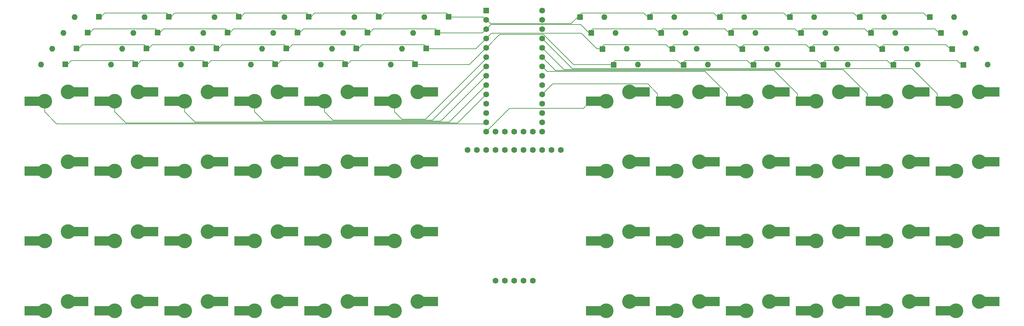
<source format=gbl>
%TF.GenerationSoftware,KiCad,Pcbnew,(6.0.4-0)*%
%TF.CreationDate,2022-06-19T23:04:27+01:00*%
%TF.ProjectId,slimy,736c696d-792e-46b6-9963-61645f706362,rev?*%
%TF.SameCoordinates,Original*%
%TF.FileFunction,Copper,L2,Bot*%
%TF.FilePolarity,Positive*%
%FSLAX46Y46*%
G04 Gerber Fmt 4.6, Leading zero omitted, Abs format (unit mm)*
G04 Created by KiCad (PCBNEW (6.0.4-0)) date 2022-06-19 23:04:27*
%MOMM*%
%LPD*%
G01*
G04 APERTURE LIST*
%TA.AperFunction,ComponentPad*%
%ADD10C,0.800000*%
%TD*%
%TA.AperFunction,SMDPad,CuDef*%
%ADD11R,4.500000X2.500000*%
%TD*%
%TA.AperFunction,ComponentPad*%
%ADD12C,4.000000*%
%TD*%
%TA.AperFunction,ComponentPad*%
%ADD13R,1.600000X1.600000*%
%TD*%
%TA.AperFunction,ComponentPad*%
%ADD14O,1.600000X1.600000*%
%TD*%
%TA.AperFunction,ComponentPad*%
%ADD15C,1.600000*%
%TD*%
%TA.AperFunction,Conductor*%
%ADD16C,0.127000*%
%TD*%
G04 APERTURE END LIST*
D10*
%TO.P,K35,1*%
%TO.N,Col9*%
X273735800Y-151663400D03*
D11*
X275540800Y-152425400D03*
D12*
X278815800Y-152425400D03*
D10*
X273735800Y-153187400D03*
D11*
%TO.P,K35,2*%
%TO.N,Net-(D35-Pad2)*%
X288467800Y-149885400D03*
D12*
X285165800Y-149885400D03*
D10*
X290245800Y-149123400D03*
X290245800Y-150647400D03*
%TD*%
%TO.P,K31,1*%
%TO.N,Col8*%
X254685800Y-151663400D03*
D11*
X256490800Y-152425400D03*
D12*
X259765800Y-152425400D03*
D10*
X254685800Y-153187400D03*
D11*
%TO.P,K31,2*%
%TO.N,Net-(D31-Pad2)*%
X269417800Y-149885400D03*
D12*
X266115800Y-149885400D03*
D10*
X271195800Y-149123400D03*
X271195800Y-150647400D03*
%TD*%
%TO.P,K12,1*%
%TO.N,Col3*%
X120826200Y-170713400D03*
D11*
X122631200Y-171475400D03*
D12*
X125906200Y-171475400D03*
D10*
X120826200Y-172237400D03*
D11*
%TO.P,K12,2*%
%TO.N,Net-(D12-Pad2)*%
X135558200Y-168935400D03*
D12*
X132256200Y-168935400D03*
D10*
X137336200Y-168173400D03*
X137336200Y-169697400D03*
%TD*%
%TO.P,K19,1*%
%TO.N,Col5*%
X158926200Y-151663400D03*
D11*
X160731200Y-152425400D03*
D12*
X164006200Y-152425400D03*
D10*
X158926200Y-153187400D03*
D11*
%TO.P,K19,2*%
%TO.N,Net-(D19-Pad2)*%
X173658200Y-149885400D03*
D12*
X170356200Y-149885400D03*
D10*
X175436200Y-149123400D03*
X175436200Y-150647400D03*
%TD*%
%TO.P,K45,1*%
%TO.N,Col12*%
X330885800Y-113563400D03*
D11*
X332690800Y-114325400D03*
D12*
X335965800Y-114325400D03*
D10*
X330885800Y-115087400D03*
D11*
%TO.P,K45,2*%
%TO.N,Net-(D45-Pad2)*%
X345617800Y-111785400D03*
D12*
X342315800Y-111785400D03*
D10*
X347395800Y-111023400D03*
X347395800Y-112547400D03*
%TD*%
%TO.P,K9,1*%
%TO.N,Col3*%
X120826200Y-113563400D03*
D11*
X122631200Y-114325400D03*
D12*
X125906200Y-114325400D03*
D10*
X120826200Y-115087400D03*
D11*
%TO.P,K9,2*%
%TO.N,Net-(D9-Pad2)*%
X135558200Y-111785400D03*
D12*
X132256200Y-111785400D03*
D10*
X137336200Y-111023400D03*
X137336200Y-112547400D03*
%TD*%
%TO.P,K20,1*%
%TO.N,Col5*%
X158926200Y-170713400D03*
D11*
X160731200Y-171475400D03*
D12*
X164006200Y-171475400D03*
D10*
X158926200Y-172237400D03*
D11*
%TO.P,K20,2*%
%TO.N,Net-(D20-Pad2)*%
X173658200Y-168935400D03*
D12*
X170356200Y-168935400D03*
D10*
X175436200Y-168173400D03*
X175436200Y-169697400D03*
%TD*%
%TO.P,K44,1*%
%TO.N,Col11*%
X311835800Y-170713400D03*
D11*
X313640800Y-171475400D03*
D12*
X316915800Y-171475400D03*
D10*
X311835800Y-172237400D03*
D11*
%TO.P,K44,2*%
%TO.N,Net-(D44-Pad2)*%
X326567800Y-168935400D03*
D12*
X323265800Y-168935400D03*
D10*
X328345800Y-168173400D03*
X328345800Y-169697400D03*
%TD*%
%TO.P,K4,1*%
%TO.N,Col1*%
X82726200Y-170713400D03*
D11*
X84531200Y-171475400D03*
D12*
X87806200Y-171475400D03*
D10*
X82726200Y-172237400D03*
D11*
%TO.P,K4,2*%
%TO.N,Net-(D4-Pad2)*%
X97458200Y-168935400D03*
D12*
X94156200Y-168935400D03*
D10*
X99236200Y-168173400D03*
X99236200Y-169697400D03*
%TD*%
%TO.P,K39,1*%
%TO.N,Col10*%
X292785800Y-151663400D03*
D11*
X294590800Y-152425400D03*
D12*
X297865800Y-152425400D03*
D10*
X292785800Y-153187400D03*
D11*
%TO.P,K39,2*%
%TO.N,Net-(D39-Pad2)*%
X307517800Y-149885400D03*
D12*
X304215800Y-149885400D03*
D10*
X309295800Y-149123400D03*
X309295800Y-150647400D03*
%TD*%
%TO.P,K5,1*%
%TO.N,Col2*%
X101776200Y-113563400D03*
D11*
X103581200Y-114325400D03*
D12*
X106856200Y-114325400D03*
D10*
X101776200Y-115087400D03*
D11*
%TO.P,K5,2*%
%TO.N,Net-(D5-Pad2)*%
X116508200Y-111785400D03*
D12*
X113206200Y-111785400D03*
D10*
X118286200Y-111023400D03*
X118286200Y-112547400D03*
%TD*%
%TO.P,K16,1*%
%TO.N,Col4*%
X139876200Y-170713400D03*
D11*
X141681200Y-171475400D03*
D12*
X144956200Y-171475400D03*
D10*
X139876200Y-172237400D03*
D11*
%TO.P,K16,2*%
%TO.N,Net-(D16-Pad2)*%
X154608200Y-168935400D03*
D12*
X151306200Y-168935400D03*
D10*
X156386200Y-168173400D03*
X156386200Y-169697400D03*
%TD*%
%TO.P,K47,1*%
%TO.N,Col12*%
X330885800Y-151663400D03*
D11*
X332690800Y-152425400D03*
D12*
X335965800Y-152425400D03*
D10*
X330885800Y-153187400D03*
D11*
%TO.P,K47,2*%
%TO.N,Net-(D47-Pad2)*%
X345617800Y-149885400D03*
D12*
X342315800Y-149885400D03*
D10*
X347395800Y-149123400D03*
X347395800Y-150647400D03*
%TD*%
%TO.P,K7,1*%
%TO.N,Col2*%
X101776200Y-151663400D03*
D11*
X103581200Y-152425400D03*
D12*
X106856200Y-152425400D03*
D10*
X101776200Y-153187400D03*
D11*
%TO.P,K7,2*%
%TO.N,Net-(D7-Pad2)*%
X116508200Y-149885400D03*
D12*
X113206200Y-149885400D03*
D10*
X118286200Y-149123400D03*
X118286200Y-150647400D03*
%TD*%
%TO.P,K24,1*%
%TO.N,Col6*%
X177976200Y-170713400D03*
D11*
X179781200Y-171475400D03*
D12*
X183056200Y-171475400D03*
D10*
X177976200Y-172237400D03*
D11*
%TO.P,K24,2*%
%TO.N,Net-(D24-Pad2)*%
X192708200Y-168935400D03*
D12*
X189406200Y-168935400D03*
D10*
X194486200Y-168173400D03*
X194486200Y-169697400D03*
%TD*%
%TO.P,K30,1*%
%TO.N,Col8*%
X254685800Y-132613400D03*
D11*
X256490800Y-133375400D03*
D12*
X259765800Y-133375400D03*
D10*
X254685800Y-134137400D03*
D11*
%TO.P,K30,2*%
%TO.N,Net-(D30-Pad2)*%
X269417800Y-130835400D03*
D12*
X266115800Y-130835400D03*
D10*
X271195800Y-130073400D03*
X271195800Y-131597400D03*
%TD*%
%TO.P,K41,1*%
%TO.N,Col11*%
X311835800Y-113563400D03*
D11*
X313640800Y-114325400D03*
D12*
X316915800Y-114325400D03*
D10*
X311835800Y-115087400D03*
D11*
%TO.P,K41,2*%
%TO.N,Net-(D41-Pad2)*%
X326567800Y-111785400D03*
D12*
X323265800Y-111785400D03*
D10*
X328345800Y-111023400D03*
X328345800Y-112547400D03*
%TD*%
%TO.P,K25,1*%
%TO.N,Col7*%
X235635800Y-113563400D03*
D11*
X237440800Y-114325400D03*
D12*
X240715800Y-114325400D03*
D10*
X235635800Y-115087400D03*
D11*
%TO.P,K25,2*%
%TO.N,Net-(D25-Pad2)*%
X250367800Y-111785400D03*
D12*
X247065800Y-111785400D03*
D10*
X252145800Y-111023400D03*
X252145800Y-112547400D03*
%TD*%
%TO.P,K6,1*%
%TO.N,Col2*%
X101776200Y-132613400D03*
D11*
X103581200Y-133375400D03*
D12*
X106856200Y-133375400D03*
D10*
X101776200Y-134137400D03*
D11*
%TO.P,K6,2*%
%TO.N,Net-(D6-Pad2)*%
X116508200Y-130835400D03*
D12*
X113206200Y-130835400D03*
D10*
X118286200Y-130073400D03*
X118286200Y-131597400D03*
%TD*%
%TO.P,K14,1*%
%TO.N,Col4*%
X139876200Y-132613400D03*
D11*
X141681200Y-133375400D03*
D12*
X144956200Y-133375400D03*
D10*
X139876200Y-134137400D03*
D11*
%TO.P,K14,2*%
%TO.N,Net-(D14-Pad2)*%
X154608200Y-130835400D03*
D12*
X151306200Y-130835400D03*
D10*
X156386200Y-130073400D03*
X156386200Y-131597400D03*
%TD*%
%TO.P,K3,1*%
%TO.N,Col1*%
X82726200Y-151663400D03*
D11*
X84531200Y-152425400D03*
D12*
X87806200Y-152425400D03*
D10*
X82726200Y-153187400D03*
D11*
%TO.P,K3,2*%
%TO.N,Net-(D3-Pad2)*%
X97458200Y-149885400D03*
D12*
X94156200Y-149885400D03*
D10*
X99236200Y-149123400D03*
X99236200Y-150647400D03*
%TD*%
%TO.P,K48,1*%
%TO.N,Col12*%
X330885800Y-170713400D03*
D11*
X332690800Y-171475400D03*
D12*
X335965800Y-171475400D03*
D10*
X330885800Y-172237400D03*
D11*
%TO.P,K48,2*%
%TO.N,Net-(D48-Pad2)*%
X345617800Y-168935400D03*
D12*
X342315800Y-168935400D03*
D10*
X347395800Y-168173400D03*
X347395800Y-169697400D03*
%TD*%
%TO.P,K38,1*%
%TO.N,Col10*%
X292785800Y-132613400D03*
D11*
X294590800Y-133375400D03*
D12*
X297865800Y-133375400D03*
D10*
X292785800Y-134137400D03*
D11*
%TO.P,K38,2*%
%TO.N,Net-(D38-Pad2)*%
X307517800Y-130835400D03*
D12*
X304215800Y-130835400D03*
D10*
X309295800Y-130073400D03*
X309295800Y-131597400D03*
%TD*%
%TO.P,K32,1*%
%TO.N,Col8*%
X254685800Y-170713400D03*
D11*
X256490800Y-171475400D03*
D12*
X259765800Y-171475400D03*
D10*
X254685800Y-172237400D03*
D11*
%TO.P,K32,2*%
%TO.N,Net-(D32-Pad2)*%
X269417800Y-168935400D03*
D12*
X266115800Y-168935400D03*
D10*
X271195800Y-168173400D03*
X271195800Y-169697400D03*
%TD*%
%TO.P,K29,1*%
%TO.N,Col8*%
X254685800Y-113563400D03*
D11*
X256490800Y-114325400D03*
D12*
X259765800Y-114325400D03*
D10*
X254685800Y-115087400D03*
D11*
%TO.P,K29,2*%
%TO.N,Net-(D29-Pad2)*%
X269417800Y-111785400D03*
D12*
X266115800Y-111785400D03*
D10*
X271195800Y-111023400D03*
X271195800Y-112547400D03*
%TD*%
%TO.P,K26,1*%
%TO.N,Col7*%
X235635800Y-132613400D03*
D11*
X237440800Y-133375400D03*
D12*
X240715800Y-133375400D03*
D10*
X235635800Y-134137400D03*
D11*
%TO.P,K26,2*%
%TO.N,Net-(D26-Pad2)*%
X250367800Y-130835400D03*
D12*
X247065800Y-130835400D03*
D10*
X252145800Y-130073400D03*
X252145800Y-131597400D03*
%TD*%
%TO.P,K10,1*%
%TO.N,Col3*%
X120826200Y-132613400D03*
D11*
X122631200Y-133375400D03*
D12*
X125906200Y-133375400D03*
D10*
X120826200Y-134137400D03*
D11*
%TO.P,K10,2*%
%TO.N,Net-(D10-Pad2)*%
X135558200Y-130835400D03*
D12*
X132256200Y-130835400D03*
D10*
X137336200Y-130073400D03*
X137336200Y-131597400D03*
%TD*%
%TO.P,K18,1*%
%TO.N,Col5*%
X158926200Y-132613400D03*
D11*
X160731200Y-133375400D03*
D12*
X164006200Y-133375400D03*
D10*
X158926200Y-134137400D03*
D11*
%TO.P,K18,2*%
%TO.N,Net-(D18-Pad2)*%
X173658200Y-130835400D03*
D12*
X170356200Y-130835400D03*
D10*
X175436200Y-130073400D03*
X175436200Y-131597400D03*
%TD*%
%TO.P,K43,1*%
%TO.N,Col11*%
X311835800Y-151663400D03*
D11*
X313640800Y-152425400D03*
D12*
X316915800Y-152425400D03*
D10*
X311835800Y-153187400D03*
D11*
%TO.P,K43,2*%
%TO.N,Net-(D43-Pad2)*%
X326567800Y-149885400D03*
D12*
X323265800Y-149885400D03*
D10*
X328345800Y-149123400D03*
X328345800Y-150647400D03*
%TD*%
%TO.P,K1,1*%
%TO.N,Col1*%
X82726200Y-113563400D03*
D11*
X84531200Y-114325400D03*
D12*
X87806200Y-114325400D03*
D10*
X82726200Y-115087400D03*
D11*
%TO.P,K1,2*%
%TO.N,Net-(D1-Pad2)*%
X97458200Y-111785400D03*
D12*
X94156200Y-111785400D03*
D10*
X99236200Y-111023400D03*
X99236200Y-112547400D03*
%TD*%
%TO.P,K15,1*%
%TO.N,Col4*%
X139876200Y-151663400D03*
D11*
X141681200Y-152425400D03*
D12*
X144956200Y-152425400D03*
D10*
X139876200Y-153187400D03*
D11*
%TO.P,K15,2*%
%TO.N,Net-(D15-Pad2)*%
X154608200Y-149885400D03*
D12*
X151306200Y-149885400D03*
D10*
X156386200Y-149123400D03*
X156386200Y-150647400D03*
%TD*%
%TO.P,K33,1*%
%TO.N,Col9*%
X273735800Y-113563400D03*
D11*
X275540800Y-114325400D03*
D12*
X278815800Y-114325400D03*
D10*
X273735800Y-115087400D03*
D11*
%TO.P,K33,2*%
%TO.N,Net-(D33-Pad2)*%
X288467800Y-111785400D03*
D12*
X285165800Y-111785400D03*
D10*
X290245800Y-111023400D03*
X290245800Y-112547400D03*
%TD*%
%TO.P,K23,1*%
%TO.N,Col6*%
X177976200Y-151663400D03*
D11*
X179781200Y-152425400D03*
D12*
X183056200Y-152425400D03*
D10*
X177976200Y-153187400D03*
D11*
%TO.P,K23,2*%
%TO.N,Net-(D23-Pad2)*%
X192708200Y-149885400D03*
D12*
X189406200Y-149885400D03*
D10*
X194486200Y-149123400D03*
X194486200Y-150647400D03*
%TD*%
%TO.P,K11,1*%
%TO.N,Col3*%
X120826200Y-151663400D03*
D11*
X122631200Y-152425400D03*
D12*
X125906200Y-152425400D03*
D10*
X120826200Y-153187400D03*
D11*
%TO.P,K11,2*%
%TO.N,Net-(D11-Pad2)*%
X135558200Y-149885400D03*
D12*
X132256200Y-149885400D03*
D10*
X137336200Y-149123400D03*
X137336200Y-150647400D03*
%TD*%
%TO.P,K27,1*%
%TO.N,Col7*%
X235635800Y-151663400D03*
D11*
X237440800Y-152425400D03*
D12*
X240715800Y-152425400D03*
D10*
X235635800Y-153187400D03*
D11*
%TO.P,K27,2*%
%TO.N,Net-(D27-Pad2)*%
X250367800Y-149885400D03*
D12*
X247065800Y-149885400D03*
D10*
X252145800Y-149123400D03*
X252145800Y-150647400D03*
%TD*%
%TO.P,K8,1*%
%TO.N,Col2*%
X101776200Y-170713400D03*
D11*
X103581200Y-171475400D03*
D12*
X106856200Y-171475400D03*
D10*
X101776200Y-172237400D03*
D11*
%TO.P,K8,2*%
%TO.N,Net-(D8-Pad2)*%
X116508200Y-168935400D03*
D12*
X113206200Y-168935400D03*
D10*
X118286200Y-168173400D03*
X118286200Y-169697400D03*
%TD*%
%TO.P,K2,1*%
%TO.N,Col1*%
X82726200Y-132613400D03*
D11*
X84531200Y-133375400D03*
D12*
X87806200Y-133375400D03*
D10*
X82726200Y-134137400D03*
D11*
%TO.P,K2,2*%
%TO.N,Net-(D2-Pad2)*%
X97458200Y-130835400D03*
D12*
X94156200Y-130835400D03*
D10*
X99236200Y-130073400D03*
X99236200Y-131597400D03*
%TD*%
%TO.P,K36,1*%
%TO.N,Col9*%
X273735800Y-170713400D03*
D11*
X275540800Y-171475400D03*
D12*
X278815800Y-171475400D03*
D10*
X273735800Y-172237400D03*
D11*
%TO.P,K36,2*%
%TO.N,Net-(D36-Pad2)*%
X288467800Y-168935400D03*
D12*
X285165800Y-168935400D03*
D10*
X290245800Y-168173400D03*
X290245800Y-169697400D03*
%TD*%
%TO.P,K13,1*%
%TO.N,Col4*%
X139876200Y-113563400D03*
D11*
X141681200Y-114325400D03*
D12*
X144956200Y-114325400D03*
D10*
X139876200Y-115087400D03*
D11*
%TO.P,K13,2*%
%TO.N,Net-(D13-Pad2)*%
X154608200Y-111785400D03*
D12*
X151306200Y-111785400D03*
D10*
X156386200Y-111023400D03*
X156386200Y-112547400D03*
%TD*%
%TO.P,K42,1*%
%TO.N,Col11*%
X311835800Y-132613400D03*
D11*
X313640800Y-133375400D03*
D12*
X316915800Y-133375400D03*
D10*
X311835800Y-134137400D03*
D11*
%TO.P,K42,2*%
%TO.N,Net-(D42-Pad2)*%
X326567800Y-130835400D03*
D12*
X323265800Y-130835400D03*
D10*
X328345800Y-130073400D03*
X328345800Y-131597400D03*
%TD*%
%TO.P,K34,1*%
%TO.N,Col9*%
X273735800Y-132613400D03*
D11*
X275540800Y-133375400D03*
D12*
X278815800Y-133375400D03*
D10*
X273735800Y-134137400D03*
D11*
%TO.P,K34,2*%
%TO.N,Net-(D34-Pad2)*%
X288467800Y-130835400D03*
D12*
X285165800Y-130835400D03*
D10*
X290245800Y-130073400D03*
X290245800Y-131597400D03*
%TD*%
%TO.P,K40,1*%
%TO.N,Col10*%
X292785800Y-170713400D03*
D11*
X294590800Y-171475400D03*
D12*
X297865800Y-171475400D03*
D10*
X292785800Y-172237400D03*
D11*
%TO.P,K40,2*%
%TO.N,Net-(D40-Pad2)*%
X307517800Y-168935400D03*
D12*
X304215800Y-168935400D03*
D10*
X309295800Y-168173400D03*
X309295800Y-169697400D03*
%TD*%
%TO.P,K37,1*%
%TO.N,Col10*%
X292785800Y-113563400D03*
D11*
X294590800Y-114325400D03*
D12*
X297865800Y-114325400D03*
D10*
X292785800Y-115087400D03*
D11*
%TO.P,K37,2*%
%TO.N,Net-(D37-Pad2)*%
X307517800Y-111785400D03*
D12*
X304215800Y-111785400D03*
D10*
X309295800Y-111023400D03*
X309295800Y-112547400D03*
%TD*%
%TO.P,K28,1*%
%TO.N,Col7*%
X235635800Y-170713400D03*
D11*
X237440800Y-171475400D03*
D12*
X240715800Y-171475400D03*
D10*
X235635800Y-172237400D03*
D11*
%TO.P,K28,2*%
%TO.N,Net-(D28-Pad2)*%
X250367800Y-168935400D03*
D12*
X247065800Y-168935400D03*
D10*
X252145800Y-168173400D03*
X252145800Y-169697400D03*
%TD*%
%TO.P,K17,1*%
%TO.N,Col5*%
X158926200Y-113563400D03*
D11*
X160731200Y-114325400D03*
D12*
X164006200Y-114325400D03*
D10*
X158926200Y-115087400D03*
D11*
%TO.P,K17,2*%
%TO.N,Net-(D17-Pad2)*%
X173658200Y-111785400D03*
D12*
X170356200Y-111785400D03*
D10*
X175436200Y-111023400D03*
X175436200Y-112547400D03*
%TD*%
%TO.P,K22,1*%
%TO.N,Col6*%
X177976200Y-132613400D03*
D11*
X179781200Y-133375400D03*
D12*
X183056200Y-133375400D03*
D10*
X177976200Y-134137400D03*
D11*
%TO.P,K22,2*%
%TO.N,Net-(D22-Pad2)*%
X192708200Y-130835400D03*
D12*
X189406200Y-130835400D03*
D10*
X194486200Y-130073400D03*
X194486200Y-131597400D03*
%TD*%
%TO.P,K21,1*%
%TO.N,Col6*%
X177976200Y-113563400D03*
D11*
X179781200Y-114325400D03*
D12*
X183056200Y-114325400D03*
D10*
X177976200Y-115087400D03*
D11*
%TO.P,K21,2*%
%TO.N,Net-(D21-Pad2)*%
X192708200Y-111785400D03*
D12*
X189406200Y-111785400D03*
D10*
X194486200Y-111023400D03*
X194486200Y-112547400D03*
%TD*%
%TO.P,K46,1*%
%TO.N,Col12*%
X330885800Y-132613400D03*
D11*
X332690800Y-133375400D03*
D12*
X335965800Y-133375400D03*
D10*
X330885800Y-134137400D03*
D11*
%TO.P,K46,2*%
%TO.N,Net-(D46-Pad2)*%
X345617800Y-130835400D03*
D12*
X342315800Y-130835400D03*
D10*
X347395800Y-130073400D03*
X347395800Y-131597400D03*
%TD*%
D13*
%TO.P,D26,1*%
%TO.N,Row2*%
X239701800Y-100029480D03*
D14*
%TO.P,D26,2*%
%TO.N,Net-(D26-Pad2)*%
X246301800Y-99979480D03*
%TD*%
D13*
%TO.P,D28,1*%
%TO.N,Row4*%
X233605800Y-91373160D03*
D14*
%TO.P,D28,2*%
%TO.N,Net-(D28-Pad2)*%
X240205800Y-91323160D03*
%TD*%
D13*
%TO.P,D41,1*%
%TO.N,Row1*%
X318949800Y-104357640D03*
D14*
%TO.P,D41,2*%
%TO.N,Net-(D41-Pad2)*%
X325549800Y-104307640D03*
%TD*%
D13*
%TO.P,D39,1*%
%TO.N,Row3*%
X293803800Y-95701320D03*
D14*
%TO.P,D39,2*%
%TO.N,Net-(D39-Pad2)*%
X300403800Y-95651320D03*
%TD*%
D13*
%TO.P,D33,1*%
%TO.N,Row1*%
X280849800Y-104357640D03*
D14*
%TO.P,D33,2*%
%TO.N,Net-(D33-Pad2)*%
X287449800Y-104307640D03*
%TD*%
D13*
%TO.P,D1,1*%
%TO.N,Row1*%
X93392200Y-104257640D03*
D14*
%TO.P,D1,2*%
%TO.N,Net-(D1-Pad2)*%
X86792200Y-104307640D03*
%TD*%
D13*
%TO.P,D47,1*%
%TO.N,Row3*%
X331903800Y-95701320D03*
D14*
%TO.P,D47,2*%
%TO.N,Net-(D47-Pad2)*%
X338503800Y-95651320D03*
%TD*%
D13*
%TO.P,D25,1*%
%TO.N,Row1*%
X242749800Y-104357640D03*
D14*
%TO.P,D25,2*%
%TO.N,Net-(D25-Pad2)*%
X249349800Y-104307640D03*
%TD*%
D13*
%TO.P,D45,1*%
%TO.N,Row1*%
X337999800Y-104357640D03*
D14*
%TO.P,D45,2*%
%TO.N,Net-(D45-Pad2)*%
X344599800Y-104307640D03*
%TD*%
D13*
%TO.P,D44,1*%
%TO.N,Row4*%
X309805800Y-91373160D03*
D14*
%TO.P,D44,2*%
%TO.N,Net-(D44-Pad2)*%
X316405800Y-91323160D03*
%TD*%
D13*
%TO.P,D8,1*%
%TO.N,Row4*%
X121586200Y-91273160D03*
D14*
%TO.P,D8,2*%
%TO.N,Net-(D8-Pad2)*%
X114986200Y-91323160D03*
%TD*%
D13*
%TO.P,D37,1*%
%TO.N,Row1*%
X299899800Y-104357640D03*
D14*
%TO.P,D37,2*%
%TO.N,Net-(D37-Pad2)*%
X306499800Y-104307640D03*
%TD*%
D13*
%TO.P,D13,1*%
%TO.N,Row1*%
X150542200Y-104257640D03*
D14*
%TO.P,D13,2*%
%TO.N,Net-(D13-Pad2)*%
X143942200Y-104307640D03*
%TD*%
D13*
%TO.P,D31,1*%
%TO.N,Row3*%
X255703800Y-95701320D03*
D14*
%TO.P,D31,2*%
%TO.N,Net-(D31-Pad2)*%
X262303800Y-95651320D03*
%TD*%
D15*
%TO.P,U3,1,VDD*%
%TO.N,VCC*%
X220775200Y-163211600D03*
%TO.P,U3,2,SDA*%
%TO.N,SDA*%
X218235200Y-163211600D03*
%TO.P,U3,3,SCL*%
%TO.N,SCL*%
X215695200Y-163211600D03*
%TO.P,U3,4,INT*%
%TO.N,unconnected-(U3-Pad4)*%
X213155200Y-163211600D03*
%TO.P,U3,5,GND*%
%TO.N,GND*%
X210615200Y-163211600D03*
%TD*%
D13*
%TO.P,D35,1*%
%TO.N,Row3*%
X274753800Y-95701320D03*
D14*
%TO.P,D35,2*%
%TO.N,Net-(D35-Pad2)*%
X281353800Y-95651320D03*
%TD*%
D13*
%TO.P,D11,1*%
%TO.N,Row3*%
X137588200Y-95601320D03*
D14*
%TO.P,D11,2*%
%TO.N,Net-(D11-Pad2)*%
X130988200Y-95651320D03*
%TD*%
D13*
%TO.P,D34,1*%
%TO.N,Row2*%
X277801800Y-100029480D03*
D14*
%TO.P,D34,2*%
%TO.N,Net-(D34-Pad2)*%
X284401800Y-99979480D03*
%TD*%
D13*
%TO.P,D19,1*%
%TO.N,Row3*%
X175688200Y-95601320D03*
D14*
%TO.P,D19,2*%
%TO.N,Net-(D19-Pad2)*%
X169088200Y-95651320D03*
%TD*%
D13*
%TO.P,D29,1*%
%TO.N,Row1*%
X261799800Y-104357640D03*
D14*
%TO.P,D29,2*%
%TO.N,Net-(D29-Pad2)*%
X268399800Y-104307640D03*
%TD*%
D13*
%TO.P,D2,1*%
%TO.N,Row2*%
X96440200Y-99929480D03*
D14*
%TO.P,D2,2*%
%TO.N,Net-(D2-Pad2)*%
X89840200Y-99979480D03*
%TD*%
D13*
%TO.P,D6,1*%
%TO.N,Row2*%
X115490200Y-99929480D03*
D14*
%TO.P,D6,2*%
%TO.N,Net-(D6-Pad2)*%
X108890200Y-99979480D03*
%TD*%
D13*
%TO.P,D10,1*%
%TO.N,Row2*%
X134540200Y-99929480D03*
D14*
%TO.P,D10,2*%
%TO.N,Net-(D10-Pad2)*%
X127940200Y-99979480D03*
%TD*%
D13*
%TO.P,D9,1*%
%TO.N,Row1*%
X131492200Y-104257640D03*
D14*
%TO.P,D9,2*%
%TO.N,Net-(D9-Pad2)*%
X124892200Y-104307640D03*
%TD*%
D13*
%TO.P,D38,1*%
%TO.N,Row2*%
X296851800Y-100029480D03*
D14*
%TO.P,D38,2*%
%TO.N,Net-(D38-Pad2)*%
X303451800Y-99979480D03*
%TD*%
D13*
%TO.P,D20,1*%
%TO.N,Row4*%
X178736200Y-91273160D03*
D14*
%TO.P,D20,2*%
%TO.N,Net-(D20-Pad2)*%
X172136200Y-91323160D03*
%TD*%
D13*
%TO.P,D21,1*%
%TO.N,Row1*%
X188642200Y-104257640D03*
D14*
%TO.P,D21,2*%
%TO.N,Net-(D21-Pad2)*%
X182042200Y-104307640D03*
%TD*%
D13*
%TO.P,D23,1*%
%TO.N,Row3*%
X194738200Y-95601320D03*
D14*
%TO.P,D23,2*%
%TO.N,Net-(D23-Pad2)*%
X188138200Y-95651320D03*
%TD*%
D13*
%TO.P,D15,1*%
%TO.N,Row3*%
X156638200Y-95601320D03*
D14*
%TO.P,D15,2*%
%TO.N,Net-(D15-Pad2)*%
X150038200Y-95651320D03*
%TD*%
D13*
%TO.P,D46,1*%
%TO.N,Row2*%
X334951800Y-100029480D03*
D14*
%TO.P,D46,2*%
%TO.N,Net-(D46-Pad2)*%
X341551800Y-99979480D03*
%TD*%
D13*
%TO.P,U1,1,GND*%
%TO.N,GND*%
X208075200Y-89560400D03*
D15*
%TO.P,U1,2,0_RX1_Touch*%
%TO.N,Row4*%
X208075200Y-92100400D03*
%TO.P,U1,3,1_TX1_Touch*%
%TO.N,Row3*%
X208075200Y-94640400D03*
%TO.P,U1,4,2*%
%TO.N,Row2*%
X208075200Y-97180400D03*
%TO.P,U1,5,3_TX_PWM*%
%TO.N,Row1*%
X208075200Y-99720400D03*
%TO.P,U1,6,4_RX_PWM*%
%TO.N,Col6*%
X208075200Y-102260400D03*
%TO.P,U1,7,5_TX1_PWM*%
%TO.N,Col5*%
X208075200Y-104800400D03*
%TO.P,U1,8,6_PWM*%
%TO.N,Col4*%
X208075200Y-107340400D03*
%TO.P,U1,9,7_RX3_DOUT*%
%TO.N,Col3*%
X208075200Y-109880400D03*
%TO.P,U1,10,8_TX3_DIN*%
%TO.N,Col2*%
X208075200Y-112420400D03*
%TO.P,U1,11,9_RX2_CS_PWM*%
%TO.N,LCD LITE*%
X208075200Y-114960400D03*
%TO.P,U1,12,10_TX2_CS_PWM*%
%TO.N,LCD CS*%
X208075200Y-117500400D03*
%TO.P,U1,13,11_DOUT*%
%TO.N,Col1*%
X208075200Y-120040400D03*
%TO.P,U1,14,12_DIN*%
%TO.N,Col7*%
X208075200Y-122580400D03*
%TO.P,U1,15,VBat*%
%TO.N,unconnected-(U1-Pad15)*%
X210615200Y-122580400D03*
%TO.P,U1,16,3.3V*%
%TO.N,unconnected-(U1-Pad16)*%
X213155200Y-122580400D03*
%TO.P,U1,17,GND*%
%TO.N,unconnected-(U1-Pad17)*%
X215695200Y-122580400D03*
%TO.P,U1,18,Program*%
%TO.N,unconnected-(U1-Pad18)*%
X218235200Y-122580400D03*
%TO.P,U1,19,A14/DAC*%
%TO.N,unconnected-(U1-Pad19)*%
X220775200Y-122580400D03*
%TO.P,U1,20,13_LED_SCK*%
%TO.N,unconnected-(U1-Pad20)*%
X223315200Y-122580400D03*
%TO.P,U1,21,14_A0_SCK*%
%TO.N,SCK*%
X223315200Y-120040400D03*
%TO.P,U1,22,15_A1_CS_Touch*%
%TO.N,LCD DC*%
X223315200Y-117500400D03*
%TO.P,U1,23,16_A2_SCL0_Touch*%
%TO.N,LCD RST*%
X223315200Y-114960400D03*
%TO.P,U1,24,17_A3_SDA0_Touch*%
%TO.N,Col8*%
X223315200Y-112420400D03*
%TO.P,U1,25,18_A4_SDA0_Touch*%
%TO.N,SDA*%
X223315200Y-109880400D03*
%TO.P,U1,26,19_A5_SCL0_Touch*%
%TO.N,SCL*%
X223315200Y-107340400D03*
%TO.P,U1,27,20_A6_CS_PWM*%
%TO.N,Col9*%
X223315200Y-104800400D03*
%TO.P,U1,28,21_A7_RX1_CS_PWM*%
%TO.N,Col10*%
X223315200Y-102260400D03*
%TO.P,U1,29,22_A8_Touch_PWM*%
%TO.N,Col11*%
X223315200Y-99720400D03*
%TO.P,U1,30,23_A9_Touch_PWM*%
%TO.N,Col12*%
X223315200Y-97180400D03*
%TO.P,U1,31,3.3V*%
%TO.N,unconnected-(U1-Pad31)*%
X223315200Y-94640400D03*
%TO.P,U1,32,AGND*%
%TO.N,unconnected-(U1-Pad32)*%
X223315200Y-92100400D03*
%TO.P,U1,33,Vin*%
%TO.N,VCC*%
X223315200Y-89560400D03*
%TD*%
%TO.P,U2,1,Vin*%
%TO.N,VCC*%
X228395200Y-127559760D03*
%TO.P,U2,2,3V3*%
%TO.N,unconnected-(U2-Pad2)*%
X225855200Y-127559760D03*
%TO.P,U2,3,GND*%
%TO.N,GND*%
X223315200Y-127559760D03*
%TO.P,U2,4,SCK*%
%TO.N,SCK*%
X220775200Y-127559760D03*
%TO.P,U2,5,SO*%
%TO.N,unconnected-(U2-Pad5)*%
X218235200Y-127559760D03*
%TO.P,U2,6,SI*%
%TO.N,Col1*%
X215695200Y-127559760D03*
%TO.P,U2,7,TCS*%
%TO.N,LCD CS*%
X213155200Y-127559760D03*
%TO.P,U2,8,RST*%
%TO.N,LCD RST*%
X210615200Y-127559760D03*
%TO.P,U2,9,D/C*%
%TO.N,LCD DC*%
X208075200Y-127559760D03*
%TO.P,U2,10,CCS*%
%TO.N,unconnected-(U2-Pad10)*%
X205535200Y-127559760D03*
%TO.P,U2,11,Lite*%
%TO.N,LCD LITE*%
X202995200Y-127559760D03*
%TD*%
D13*
%TO.P,D4,1*%
%TO.N,Row4*%
X102536200Y-91273160D03*
D14*
%TO.P,D4,2*%
%TO.N,Net-(D4-Pad2)*%
X95936200Y-91323160D03*
%TD*%
D13*
%TO.P,D42,1*%
%TO.N,Row2*%
X315901800Y-100029480D03*
D14*
%TO.P,D42,2*%
%TO.N,Net-(D42-Pad2)*%
X322501800Y-99979480D03*
%TD*%
D13*
%TO.P,D5,1*%
%TO.N,Row1*%
X112442200Y-104257640D03*
D14*
%TO.P,D5,2*%
%TO.N,Net-(D5-Pad2)*%
X105842200Y-104307640D03*
%TD*%
D13*
%TO.P,D12,1*%
%TO.N,Row4*%
X140636200Y-91273160D03*
D14*
%TO.P,D12,2*%
%TO.N,Net-(D12-Pad2)*%
X134036200Y-91323160D03*
%TD*%
D13*
%TO.P,D40,1*%
%TO.N,Row4*%
X290755800Y-91373160D03*
D14*
%TO.P,D40,2*%
%TO.N,Net-(D40-Pad2)*%
X297355800Y-91323160D03*
%TD*%
D13*
%TO.P,D18,1*%
%TO.N,Row2*%
X172640200Y-99929480D03*
D14*
%TO.P,D18,2*%
%TO.N,Net-(D18-Pad2)*%
X166040200Y-99979480D03*
%TD*%
D13*
%TO.P,D48,1*%
%TO.N,Row4*%
X328855800Y-91373160D03*
D14*
%TO.P,D48,2*%
%TO.N,Net-(D48-Pad2)*%
X335455800Y-91323160D03*
%TD*%
D13*
%TO.P,D3,1*%
%TO.N,Row3*%
X99488200Y-95601320D03*
D14*
%TO.P,D3,2*%
%TO.N,Net-(D3-Pad2)*%
X92888200Y-95651320D03*
%TD*%
D13*
%TO.P,D27,1*%
%TO.N,Row3*%
X236653800Y-95701320D03*
D14*
%TO.P,D27,2*%
%TO.N,Net-(D27-Pad2)*%
X243253800Y-95651320D03*
%TD*%
D13*
%TO.P,D22,1*%
%TO.N,Row2*%
X191690200Y-99929480D03*
D14*
%TO.P,D22,2*%
%TO.N,Net-(D22-Pad2)*%
X185090200Y-99979480D03*
%TD*%
D13*
%TO.P,D7,1*%
%TO.N,Row3*%
X118538200Y-95601320D03*
D14*
%TO.P,D7,2*%
%TO.N,Net-(D7-Pad2)*%
X111938200Y-95651320D03*
%TD*%
D13*
%TO.P,D14,1*%
%TO.N,Row2*%
X153590200Y-99929480D03*
D14*
%TO.P,D14,2*%
%TO.N,Net-(D14-Pad2)*%
X146990200Y-99979480D03*
%TD*%
D13*
%TO.P,D43,1*%
%TO.N,Row3*%
X312853800Y-95701320D03*
D14*
%TO.P,D43,2*%
%TO.N,Net-(D43-Pad2)*%
X319453800Y-95651320D03*
%TD*%
D13*
%TO.P,D36,1*%
%TO.N,Row4*%
X271705800Y-91373160D03*
D14*
%TO.P,D36,2*%
%TO.N,Net-(D36-Pad2)*%
X278305800Y-91323160D03*
%TD*%
D13*
%TO.P,D17,1*%
%TO.N,Row1*%
X169592200Y-104257640D03*
D14*
%TO.P,D17,2*%
%TO.N,Net-(D17-Pad2)*%
X162992200Y-104307640D03*
%TD*%
D13*
%TO.P,D16,1*%
%TO.N,Row4*%
X159686200Y-91273160D03*
D14*
%TO.P,D16,2*%
%TO.N,Net-(D16-Pad2)*%
X153086200Y-91323160D03*
%TD*%
D13*
%TO.P,D24,1*%
%TO.N,Row4*%
X197786200Y-91273160D03*
D14*
%TO.P,D24,2*%
%TO.N,Net-(D24-Pad2)*%
X191186200Y-91323160D03*
%TD*%
D13*
%TO.P,D30,1*%
%TO.N,Row2*%
X258751800Y-100029480D03*
D14*
%TO.P,D30,2*%
%TO.N,Net-(D30-Pad2)*%
X265351800Y-99979480D03*
%TD*%
D13*
%TO.P,D32,1*%
%TO.N,Row4*%
X252655800Y-91373160D03*
D14*
%TO.P,D32,2*%
%TO.N,Net-(D32-Pad2)*%
X259255800Y-91323160D03*
%TD*%
D16*
%TO.N,Row1*%
X188161600Y-103240840D02*
X189253800Y-104333040D01*
X279171400Y-103240840D02*
X262280400Y-103240840D01*
X299288200Y-104307640D02*
X298221400Y-103240840D01*
X132103800Y-104307640D02*
X133170600Y-103240840D01*
X170203800Y-104307640D02*
X171270600Y-103240840D01*
X211737332Y-96117389D02*
X208134320Y-99720400D01*
X131011600Y-103240840D02*
X132103800Y-104333040D01*
X203487960Y-104307640D02*
X189496200Y-104307640D01*
X318338200Y-104307640D02*
X317271400Y-103240840D01*
X208075200Y-99720400D02*
X203487960Y-104307640D01*
X111961600Y-103240840D02*
X113053800Y-104333040D01*
X260121400Y-103240840D02*
X243230400Y-103240840D01*
X337388200Y-104307640D02*
X336321400Y-103240840D01*
X317271400Y-103240840D02*
X300380400Y-103240840D01*
X152220600Y-103240840D02*
X169111600Y-103240840D01*
X280238200Y-104307640D02*
X279171400Y-103240840D01*
X171270600Y-103240840D02*
X188161600Y-103240840D01*
X243230400Y-103240840D02*
X242138200Y-104333040D01*
X133170600Y-103240840D02*
X150061600Y-103240840D01*
X241895808Y-104307640D02*
X231844139Y-104307640D01*
X95070600Y-103240840D02*
X111961600Y-103240840D01*
X281330400Y-103240840D02*
X280238200Y-104333040D01*
X150061600Y-103240840D02*
X151153800Y-104333040D01*
X298221400Y-103240840D02*
X281330400Y-103240840D01*
X169111600Y-103240840D02*
X170203800Y-104333040D01*
X231842528Y-104307640D02*
X223652277Y-96117389D01*
X113053800Y-104307640D02*
X114120600Y-103240840D01*
X114120600Y-103240840D02*
X131011600Y-103240840D01*
X151153800Y-104307640D02*
X152220600Y-103240840D01*
X262280400Y-103240840D02*
X261188200Y-104333040D01*
X223652277Y-96117389D02*
X211737332Y-96117389D01*
X208134320Y-99720400D02*
X208075200Y-99720400D01*
X261188200Y-104307640D02*
X260121400Y-103240840D01*
X94003800Y-104307640D02*
X95070600Y-103240840D01*
X300380400Y-103240840D02*
X299288200Y-104333040D01*
X336321400Y-103240840D02*
X319430400Y-103240840D01*
X319430400Y-103240840D02*
X318338200Y-104333040D01*
%TO.N,Row2*%
X205276120Y-99979480D02*
X208075200Y-97180400D01*
X277190200Y-99979480D02*
X276123400Y-98912680D01*
X334340200Y-99979480D02*
X333273400Y-98912680D01*
X238174800Y-99979480D02*
X233953320Y-95758000D01*
X314223400Y-98912680D02*
X297332400Y-98912680D01*
X154201800Y-99979480D02*
X155268600Y-98912680D01*
X315290200Y-99979480D02*
X314223400Y-98912680D01*
X295173400Y-98912680D02*
X278282400Y-98912680D01*
X135151800Y-99979480D02*
X136218600Y-98912680D01*
X233934000Y-95758000D02*
X209497600Y-95758000D01*
X117168600Y-98912680D02*
X134059600Y-98912680D01*
X174318600Y-98912680D02*
X191209600Y-98912680D01*
X239101800Y-99979480D02*
X238174800Y-99979480D01*
X259232400Y-98912680D02*
X258140200Y-100004880D01*
X153109600Y-98912680D02*
X154201800Y-100004880D01*
X296240200Y-99979480D02*
X295173400Y-98912680D01*
X209497600Y-95758000D02*
X208075200Y-97180400D01*
X136218600Y-98912680D02*
X153109600Y-98912680D01*
X134059600Y-98912680D02*
X135151800Y-100004880D01*
X240182400Y-98912680D02*
X239090200Y-100004880D01*
X276123400Y-98912680D02*
X259232400Y-98912680D01*
X258140200Y-99979480D02*
X257073400Y-98912680D01*
X115009600Y-98912680D02*
X116101800Y-100004880D01*
X173251800Y-99979480D02*
X174318600Y-98912680D01*
X98118600Y-98912680D02*
X115009600Y-98912680D01*
X257073400Y-98912680D02*
X240182400Y-98912680D01*
X333273400Y-98912680D02*
X316382400Y-98912680D01*
X192544200Y-99979480D02*
X205276120Y-99979480D01*
X155268600Y-98912680D02*
X172159600Y-98912680D01*
X172159600Y-98912680D02*
X173251800Y-100004880D01*
X316382400Y-98912680D02*
X315290200Y-100004880D01*
X191209600Y-98912680D02*
X192301800Y-100004880D01*
X116101800Y-99979480D02*
X117168600Y-98912680D01*
X297332400Y-98912680D02*
X296240200Y-100004880D01*
X97051800Y-99979480D02*
X98118600Y-98912680D01*
X278282400Y-98912680D02*
X277190200Y-100004880D01*
%TO.N,Row3*%
X331292200Y-95651320D02*
X330225400Y-94584520D01*
X275234400Y-94584520D02*
X274142200Y-95676720D01*
X118057600Y-94584520D02*
X119149800Y-95676720D01*
X293192200Y-95651320D02*
X292125400Y-94584520D01*
X273075400Y-94584520D02*
X256184400Y-94584520D01*
X237134400Y-94584520D02*
X236042200Y-95676720D01*
X176299800Y-95651320D02*
X177366600Y-94584520D01*
X236053800Y-95651320D02*
X233819411Y-93416931D01*
X313334400Y-94584520D02*
X312242200Y-95676720D01*
X254025400Y-94584520D02*
X237134400Y-94584520D01*
X194257600Y-94584520D02*
X195349800Y-95676720D01*
X157249800Y-95651320D02*
X158316600Y-94584520D01*
X101166600Y-94584520D02*
X118057600Y-94584520D01*
X292125400Y-94584520D02*
X275234400Y-94584520D01*
X233807000Y-93421200D02*
X233802731Y-93416931D01*
X274142200Y-95651320D02*
X273075400Y-94584520D01*
X158316600Y-94584520D02*
X175207600Y-94584520D01*
X312242200Y-95651320D02*
X311175400Y-94584520D01*
X255092200Y-95651320D02*
X254025400Y-94584520D01*
X119149800Y-95651320D02*
X120216600Y-94584520D01*
X311175400Y-94584520D02*
X294284400Y-94584520D01*
X137107600Y-94584520D02*
X138199800Y-95676720D01*
X195592200Y-95651320D02*
X207064280Y-95651320D01*
X175207600Y-94584520D02*
X176299800Y-95676720D01*
X138199800Y-95651320D02*
X139266600Y-94584520D01*
X120216600Y-94584520D02*
X137107600Y-94584520D01*
X139266600Y-94584520D02*
X156157600Y-94584520D01*
X330225400Y-94584520D02*
X313334400Y-94584520D01*
X294284400Y-94584520D02*
X293192200Y-95676720D01*
X256184400Y-94584520D02*
X255092200Y-95676720D01*
X156157600Y-94584520D02*
X157249800Y-95676720D01*
X100099800Y-95651320D02*
X101166600Y-94584520D01*
X207064280Y-95651320D02*
X208075200Y-94640400D01*
X233802731Y-93416931D02*
X209298669Y-93416931D01*
X209298669Y-93416931D02*
X208075200Y-94640400D01*
X177366600Y-94584520D02*
X194257600Y-94584520D01*
%TO.N,Row4*%
X250977400Y-90256360D02*
X234086400Y-90256360D01*
X104214600Y-90256360D02*
X121105600Y-90256360D01*
X122197800Y-91323160D02*
X123264600Y-90256360D01*
X290144200Y-91323160D02*
X289077400Y-90256360D01*
X178255600Y-90256360D02*
X179347800Y-91348560D01*
X161364600Y-90256360D02*
X178255600Y-90256360D01*
X179347800Y-91323160D02*
X180414600Y-90256360D01*
X197305600Y-90256360D02*
X198397800Y-91348560D01*
X209266811Y-93163411D02*
X208203800Y-92100400D01*
X140155600Y-90256360D02*
X141247800Y-91348560D01*
X141247800Y-91323160D02*
X142314600Y-90256360D01*
X103147800Y-91323160D02*
X104214600Y-90256360D01*
X327177400Y-90256360D02*
X310286400Y-90256360D01*
X272186400Y-90256360D02*
X271094200Y-91348560D01*
X271094200Y-91323160D02*
X270027400Y-90256360D01*
X231165400Y-93163411D02*
X209266811Y-93163411D01*
X121105600Y-90256360D02*
X122197800Y-91348560D01*
X253136400Y-90256360D02*
X252044200Y-91348560D01*
X160297800Y-91323160D02*
X161364600Y-90256360D01*
X198640200Y-91323160D02*
X207297960Y-91323160D01*
X309194200Y-91323160D02*
X308127400Y-90256360D01*
X310286400Y-90256360D02*
X309194200Y-91348560D01*
X180414600Y-90256360D02*
X197305600Y-90256360D01*
X233005800Y-91323160D02*
X231165549Y-93163411D01*
X207297960Y-91323160D02*
X208075200Y-92100400D01*
X270027400Y-90256360D02*
X253136400Y-90256360D01*
X252044200Y-91323160D02*
X250977400Y-90256360D01*
X328244200Y-91323160D02*
X327177400Y-90256360D01*
X142314600Y-90256360D02*
X159205600Y-90256360D01*
X159205600Y-90256360D02*
X160297800Y-91348560D01*
X234086400Y-90256360D02*
X232994200Y-91348560D01*
X308127400Y-90256360D02*
X291236400Y-90256360D01*
X123264600Y-90256360D02*
X140155600Y-90256360D01*
X289077400Y-90256360D02*
X272186400Y-90256360D01*
X291236400Y-90256360D02*
X290144200Y-91348560D01*
X208203800Y-92100400D02*
X208075200Y-92100400D01*
%TO.N,Col1*%
X91109800Y-120439921D02*
X207675679Y-120439921D01*
X207675679Y-120439921D02*
X208075200Y-120040400D01*
X87806200Y-114325400D02*
X87806200Y-117153827D01*
X87806200Y-117153827D02*
X91092294Y-120439921D01*
%TO.N,Col2*%
X109888774Y-120186401D02*
X200304400Y-120186401D01*
X200309199Y-120186401D02*
X208075200Y-112420400D01*
X106856200Y-117153827D02*
X109888774Y-120186401D01*
X106856200Y-114325400D02*
X106856200Y-117153827D01*
%TO.N,Col3*%
X125906200Y-114325400D02*
X125906200Y-117153827D01*
X128685254Y-119932881D02*
X198018400Y-119932881D01*
X125906200Y-117153827D02*
X128685254Y-119932881D01*
X198022719Y-119932881D02*
X208075200Y-109880400D01*
%TO.N,Col4*%
X195736239Y-119679361D02*
X208075200Y-107340400D01*
X147481734Y-119679361D02*
X195732400Y-119679361D01*
X144956200Y-117153827D02*
X147481734Y-119679361D01*
X144956200Y-114325400D02*
X144956200Y-117153827D01*
%TO.N,Col5*%
X193449759Y-119425841D02*
X208075200Y-104800400D01*
X164006200Y-117153827D02*
X166278214Y-119425841D01*
X164006200Y-114325400D02*
X164006200Y-117153827D01*
X166278214Y-119425841D02*
X193446400Y-119425841D01*
%TO.N,Col6*%
X191571279Y-119172321D02*
X191592200Y-119151400D01*
X208075200Y-102670516D02*
X208075200Y-102260400D01*
X191594316Y-119151400D02*
X208075200Y-102670516D01*
X183056200Y-114325400D02*
X183056200Y-117153827D01*
X185074694Y-119172321D02*
X191571279Y-119172321D01*
X183056200Y-117153827D02*
X185074694Y-119172321D01*
%TO.N,Col7*%
X214450600Y-116205000D02*
X208075200Y-122580400D01*
X234518200Y-116205000D02*
X214452200Y-116205000D01*
X235635800Y-115087400D02*
X234518200Y-116205000D01*
%TO.N,Col8*%
X226140211Y-109595389D02*
X223315200Y-112420400D01*
X254685800Y-112223378D02*
X252057811Y-109595389D01*
X254685800Y-113563400D02*
X254685800Y-112223378D01*
X252057811Y-109595389D02*
X226161600Y-109595389D01*
%TO.N,Col9*%
X267659022Y-106146600D02*
X224663000Y-106146600D01*
X273735800Y-113563400D02*
X273735800Y-112223378D01*
X224661400Y-106146600D02*
X223315200Y-104800400D01*
X273735800Y-112223378D02*
X267659022Y-106146600D01*
%TO.N,Col10*%
X226949480Y-105893080D02*
X226949000Y-105892600D01*
X292785800Y-113563400D02*
X292785800Y-112223378D01*
X292785800Y-112223378D02*
X286455502Y-105893080D01*
X286455502Y-105893080D02*
X226949480Y-105893080D01*
X226947880Y-105893080D02*
X223315200Y-102260400D01*
%TO.N,Col11*%
X305251982Y-105639560D02*
X229235000Y-105639560D01*
X311835800Y-113563400D02*
X311835800Y-112223378D01*
X229234360Y-105639560D02*
X223315200Y-99720400D01*
X311835800Y-112223378D02*
X305251982Y-105639560D01*
%TO.N,Col12*%
X231520840Y-105386040D02*
X223315200Y-97180400D01*
X330885800Y-112223378D02*
X324048462Y-105386040D01*
X324048462Y-105386040D02*
X231521000Y-105386040D01*
X330885800Y-113563400D02*
X330885800Y-112223378D01*
%TD*%
M02*

</source>
